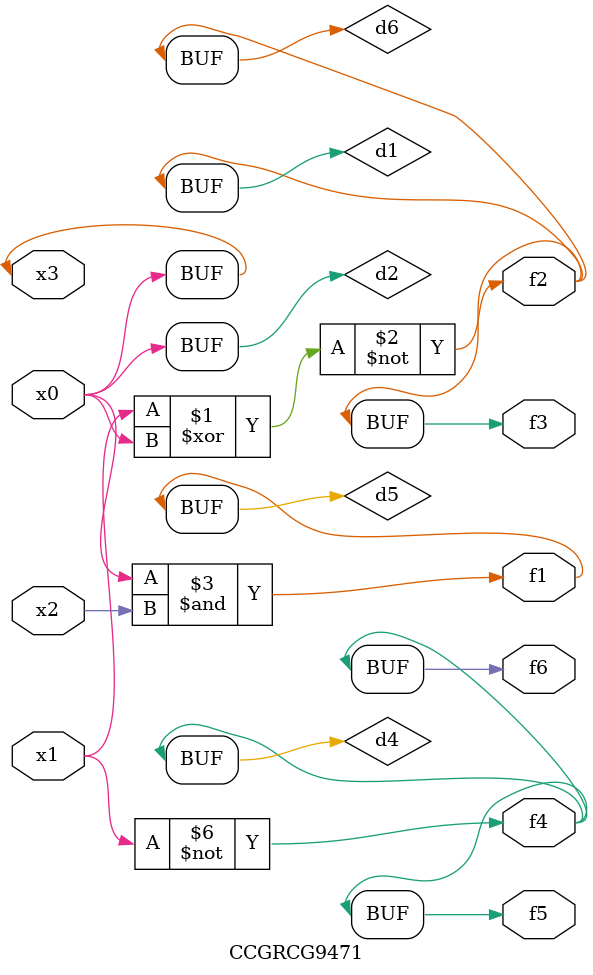
<source format=v>
module CCGRCG9471(
	input x0, x1, x2, x3,
	output f1, f2, f3, f4, f5, f6
);

	wire d1, d2, d3, d4, d5, d6;

	xnor (d1, x1, x3);
	buf (d2, x0, x3);
	nand (d3, x0, x2);
	not (d4, x1);
	nand (d5, d3);
	or (d6, d1);
	assign f1 = d5;
	assign f2 = d6;
	assign f3 = d6;
	assign f4 = d4;
	assign f5 = d4;
	assign f6 = d4;
endmodule

</source>
